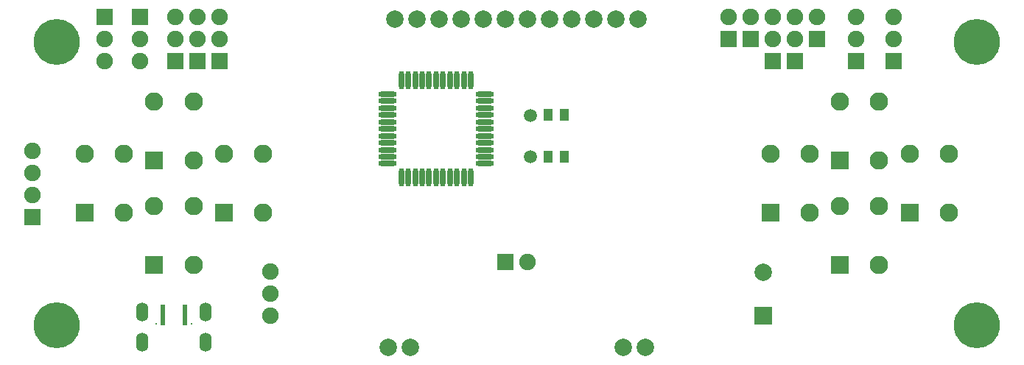
<source format=gts>
G04*
G04 #@! TF.GenerationSoftware,Altium Limited,Altium Designer,21.9.1 (22)*
G04*
G04 Layer_Color=8388736*
%FSLAX25Y25*%
%MOIN*%
G70*
G04*
G04 #@! TF.SameCoordinates,41BA0B49-DCAA-4547-B712-30F71D3BADEB*
G04*
G04*
G04 #@! TF.FilePolarity,Negative*
G04*
G01*
G75*
%ADD16O,0.08280X0.02572*%
%ADD17O,0.02572X0.08280*%
%ADD18R,0.04300X0.05800*%
%ADD19C,0.08280*%
%ADD20R,0.02300X0.09265*%
%ADD21C,0.07887*%
%ADD22R,0.07887X0.07887*%
%ADD23C,0.20800*%
%ADD24C,0.07493*%
%ADD25R,0.07493X0.07493*%
%ADD26C,0.05918*%
%ADD27R,0.08280X0.08280*%
%ADD28C,0.00800*%
%ADD29O,0.05524X0.08674*%
D16*
X131553Y78531D02*
D03*
Y81681D02*
D03*
Y84831D02*
D03*
Y87980D02*
D03*
Y91130D02*
D03*
Y94279D02*
D03*
Y97429D02*
D03*
Y100579D02*
D03*
Y103728D02*
D03*
Y106878D02*
D03*
Y110028D02*
D03*
X175447D02*
D03*
Y106878D02*
D03*
Y103728D02*
D03*
Y100579D02*
D03*
Y97429D02*
D03*
Y94279D02*
D03*
Y91130D02*
D03*
Y87980D02*
D03*
Y84831D02*
D03*
Y81681D02*
D03*
Y78531D02*
D03*
D17*
X137752Y116227D02*
D03*
X140902D02*
D03*
X144051D02*
D03*
X147201D02*
D03*
X150350D02*
D03*
X153500D02*
D03*
X156650D02*
D03*
X159799D02*
D03*
X162949D02*
D03*
X166098D02*
D03*
X169248D02*
D03*
Y72332D02*
D03*
X166098D02*
D03*
X162949D02*
D03*
X159799D02*
D03*
X156650D02*
D03*
X153500D02*
D03*
X150350D02*
D03*
X147201D02*
D03*
X144051D02*
D03*
X140902D02*
D03*
X137752D02*
D03*
D18*
X211672Y81711D02*
D03*
X204192D02*
D03*
X211672Y100579D02*
D03*
X204192D02*
D03*
D19*
X75236Y83031D02*
D03*
X12244Y56260D02*
D03*
Y83031D02*
D03*
X-5472D02*
D03*
X43740Y79882D02*
D03*
Y106654D02*
D03*
X26024D02*
D03*
X75236Y56260D02*
D03*
X57520Y83031D02*
D03*
X322480Y56260D02*
D03*
Y83031D02*
D03*
X304764D02*
D03*
X353976Y79882D02*
D03*
Y106654D02*
D03*
X336260D02*
D03*
X385472Y56260D02*
D03*
Y83031D02*
D03*
X367756D02*
D03*
X43740Y32638D02*
D03*
Y59409D02*
D03*
X26024D02*
D03*
X353976Y32638D02*
D03*
Y59409D02*
D03*
X336260D02*
D03*
D20*
X40000Y10040D02*
D03*
X29764D02*
D03*
D21*
X238337Y-4761D02*
D03*
X248337D02*
D03*
X141802D02*
D03*
X131802D02*
D03*
X134991Y143861D02*
D03*
X144991D02*
D03*
X154991D02*
D03*
X164991D02*
D03*
X174991D02*
D03*
X184991D02*
D03*
X194991D02*
D03*
X204991D02*
D03*
X214991D02*
D03*
X224991D02*
D03*
X234991D02*
D03*
X244991D02*
D03*
X301417Y29488D02*
D03*
D22*
Y9803D02*
D03*
D23*
X-18268Y133819D02*
D03*
X398268Y5472D02*
D03*
X-18268D02*
D03*
X398268Y133819D02*
D03*
D24*
X326000Y144961D02*
D03*
X316000Y144871D02*
D03*
Y134871D02*
D03*
X306000Y144871D02*
D03*
Y134871D02*
D03*
X296000Y144961D02*
D03*
X286000D02*
D03*
X360664Y144871D02*
D03*
Y134871D02*
D03*
X343532Y144871D02*
D03*
Y134871D02*
D03*
X55496Y144871D02*
D03*
Y134871D02*
D03*
X45496Y144871D02*
D03*
Y134871D02*
D03*
X35496Y144871D02*
D03*
Y134871D02*
D03*
X19528Y125000D02*
D03*
Y135000D02*
D03*
X3662Y124936D02*
D03*
Y134936D02*
D03*
X78583Y19646D02*
D03*
Y9646D02*
D03*
Y29646D02*
D03*
X195000Y33858D02*
D03*
X-29000Y84331D02*
D03*
Y74331D02*
D03*
Y64331D02*
D03*
D25*
X326000Y134961D02*
D03*
X316000Y124871D02*
D03*
X306000D02*
D03*
X296000Y134961D02*
D03*
X286000D02*
D03*
X360664Y124871D02*
D03*
X343532D02*
D03*
X55496D02*
D03*
X45496D02*
D03*
X35496D02*
D03*
X19528Y145000D02*
D03*
X3662Y144936D02*
D03*
X185000Y33858D02*
D03*
X-29000Y54331D02*
D03*
D26*
X196332Y100460D02*
D03*
Y81562D02*
D03*
D27*
X-5472Y56260D02*
D03*
X26024Y79882D02*
D03*
X57520Y56260D02*
D03*
X304764D02*
D03*
X336260Y79882D02*
D03*
X367756Y56260D02*
D03*
X26024Y32638D02*
D03*
X336260D02*
D03*
D28*
X42756Y6142D02*
D03*
X27008D02*
D03*
D29*
X20709Y-2402D02*
D03*
X49055D02*
D03*
Y11260D02*
D03*
X20709D02*
D03*
M02*

</source>
